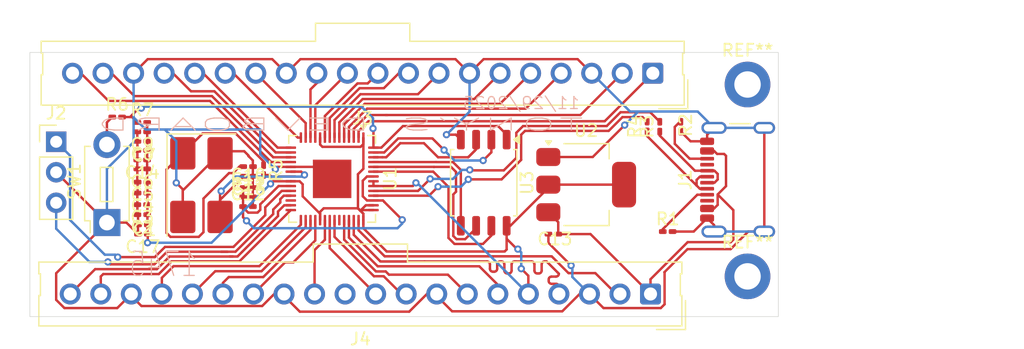
<source format=kicad_pcb>
(kicad_pcb (version 20241229) (generator "pcbnew") (generator_version "9.0")
  (layers (0 "F.Cu" signal) (2 "B.Cu" signal) (13 "F.Paste" user) (15 "B.Paste" user) (5 "F.SilkS" user "F.Silkscreen") (7 "B.SilkS" user "B.Silkscreen") (1 "F.Mask" user) (3 "B.Mask" user) (25 "Edge.Cuts" user))
  (net 0 "")
  (net 1 "+3V3")
  (net 2 "GND")
  (net 3 "+1V1")
  (net 4 "VBUS")
  (net 5 "Net-(C15-Pad2)")
  (net 6 "XIN")
  (net 7 "USB_D+")
  (net 8 "Net-(J1-CC1)")
  (net 9 "USB_D-")
  (net 10 "Net-(J1-CC2)")
  (net 11 "SWD")
  (net 12 "SWCLK")
  (net 13 "GPIO0")
  (net 14 "GPIO7")
  (net 15 "GPIO11")
  (net 16 "GPIO3")
  (net 17 "GPIO10")
  (net 18 "GPIO8")
  (net 19 "GPIO6")
  (net 20 "GPIO2")
  (net 21 "GPIO14")
  (net 22 "GPIO9")
  (net 23 "GPIO12")
  (net 24 "GPIO4")
  (net 25 "GPIO15")
  (net 26 "GPIO5")
  (net 27 "GPIO13")
  (net 28 "GPIO1")
  (net 29 "GPIO26_ADC0")
  (net 30 "GPIO21")
  (net 31 "GPIO24")
  (net 32 "GPIO26_ADC1")
  (net 33 "GPIO23")
  (net 34 "GPIO22")
  (net 35 "GPIO26_ADC2")
  (net 36 "GPIO19")
  (net 37 "GPIO18")
  (net 38 "GPIO17")
  (net 39 "GPIO20")
  (net 40 "GPIO26_ADC3")
  (net 41 "GPIO16")
  (net 42 "RUN")
  (net 43 "Net-(U1-USB_DP)")
  (net 44 "Net-(U1-USB_DM)")
  (net 45 "XOUT")
  (net 46 "QSPI_SS")
  (net 47 "Net-(R6-Pad1)")
  (net 48 "QSPI_SLK")
  (net 49 "QSPI_SD1")
  (net 51 "QSPI_SD3")
  (net 53 "QSPI_SD2")
  (net 54 "QSPI_SD0")
  (footprint "Capacitor_SMD:C_0201_0603Metric_Pad0.64x0.40mm_HandSolder" (layer "F.Cu") (at 107.9925 44.53)
    (property "Reference" "C10")
    (property "Value" "1uf")
  )
  (footprint "Capacitor_SMD:C_0201_0603Metric_Pad0.64x0.40mm_HandSolder" (layer "F.Cu") (at 99.155 39.88 180)
    (property "Reference" "C9")
    (property "Value" "1uf")
  )
  (footprint "Connector_Molex:Molex_SL_171971-0020_1x20_P2.54mm_Vertical" (layer "F.Cu") (at 141.43 53.39 180)
    (property "Reference" "J4")
    (property "Value" "Conn_01x20")
  )
  (footprint "Capacitor_SMD:C_0201_0603Metric_Pad0.64x0.40mm_HandSolder" (layer "F.Cu") (at 99.15 42.22 180)
    (property "Reference" "C14")
    (property "Value" "10uf")
  )
  (footprint "Capacitor_SMD:C_0201_0603Metric_Pad0.64x0.40mm_HandSolder" (layer "F.Cu") (at 107.9625 42.78 180)
    (property "Reference" "C15")
    (property "Value" "33pF")
  )
  (footprint "Package_TO_SOT_SMD:SOT-223-3_TabPin2" (layer "F.Cu") (at 136.08 44.28)
    (property "Reference" "U2")
    (property "Value" "NCP1117-3.3_SOT223")
  )
  (footprint "Capacitor_SMD:C_0201_0603Metric_Pad0.64x0.40mm_HandSolder" (layer "F.Cu") (at 107.95 46.11)
    (property "Reference" "C12")
    (property "Value" "0.1uf")
  )
  (footprint "Connector_Molex:Molex_SL_171971-0020_1x20_P2.54mm_Vertical" (layer "F.Cu") (at 141.62 35 180)
    (property "Reference" "J3")
    (property "Value" "Conn_01x20")
  )
  (footprint "Resistor_SMD:R_0201_0603Metric_Pad0.64x0.40mm_HandSolder" (layer "F.Cu") (at 142.2 39.4525 90)
    (property "Reference" "R3")
    (property "Value" "27")
  )
  (footprint "Capacitor_SMD:C_0201_0603Metric_Pad0.64x0.40mm_HandSolder" (layer "F.Cu") (at 133.3475 48.4 180)
    (property "Reference" "C13")
    (property "Value" "10uf")
  )
  (footprint "Capacitor_SMD:C_0201_0603Metric_Pad0.64x0.40mm_HandSolder" (layer "F.Cu") (at 99.155 45.95 180)
    (property "Reference" "C3")
    (property "Value" "0.1uf")
  )
  (footprint "Connector_USB:USB_C_Receptacle_GCT_USB4105-xx-A_16P_TopMnt_Horizontal" (layer "F.Cu") (at 149.82 43.87 90)
    (property "Reference" "J1")
    (property "Value" "USB_C_Receptacle_USB2.0_14P")
  )
  (footprint "Resistor_SMD:R_0201_0603Metric_Pad0.64x0.40mm_HandSolder" (layer "F.Cu") (at 99.1625 39.1)
    (property "Reference" "R7")
    (property "Value" "10k")
  )
  (footprint "Connector_PinHeader_2.54mm:PinHeader_1x03_P2.54mm_Vertical" (layer "F.Cu") (at 92 40.71)
    (property "Reference" "J2")
    (property "Value" "Conn_01x03")
  )
  (footprint "Resistor_SMD:R_0201_0603Metric_Pad0.64x0.40mm_HandSolder" (layer "F.Cu") (at 97.0725 38.65)
    (property "Reference" "R6")
    (property "Value" "1k")
  )
  (footprint "MountingHole:MountingHole_2.2mm_M2_DIN965_Pad_TopBottom" (layer "F.Cu") (at 149.5 51.92)
    (property "Reference" "REF**")
    (property "Value" "MountingHole_2.2mm_M2_DIN965_Pad_TopBottom")
  )
  (footprint "Capacitor_SMD:C_0201_0603Metric_Pad0.64x0.40mm_HandSolder" (layer "F.Cu") (at 99.175 44.98 180)
    (property "Reference" "C4")
    (property "Value" "0.1uf")
  )
  (footprint "Button_Switch_THT:SW_PUSH_1P1T_6x3.5mm_H5.0_APEM_MJTP1250" (layer "F.Cu") (at 96.22 47.44 90)
    (property "Reference" "SW1")
    (property "Value" "SW_Push")
  )
  (footprint "Capacitor_SMD:C_0201_0603Metric_Pad0.64x0.40mm_HandSolder" (layer "F.Cu") (at 99.165 40.67 180)
    (property "Reference" "C8")
    (property "Value" "0.1uf")
  )
  (footprint "Capacitor_SMD:C_0201_0603Metric_Pad0.64x0.40mm_HandSolder" (layer "F.Cu") (at 99.18 44.07 180)
    (property "Reference" "C5")
    (property "Value" "0.1uf")
  )
  (footprint "Package_DFN_QFN:QFN-56-1EP_7x7mm_P0.4mm_EP3.2x3.2mm" (layer "F.Cu") (at 114.95 43.8 -90)
    (property "Reference" "U1")
    (property "Value" "RP2040")
  )
  (footprint "Resistor_SMD:R_0201_0603Metric_Pad0.64x0.40mm_HandSolder" (layer "F.Cu") (at 143.95 39.4525 -90)
    (property "Reference" "R2")
    (property "Value" "5.1k")
  )
  (footprint "Crystal:Crystal_SMD_0603-4Pin_6.0x3.5mm_HandSoldering" (layer "F.Cu") (at 104.08 44.32 -90)
    (property "Reference" "Y1")
    (property "Value" "Crystal_GND24")
  )
  (footprint "MountingHole:MountingHole_2.2mm_M2_DIN965_Pad_TopBottom" (layer "F.Cu") (at 149.5 35.94)
    (property "Reference" "REF**")
    (property "Value" "MountingHole_2.2mm_M2_DIN965_Pad_TopBottom")
  )
  (footprint "Capacitor_SMD:C_0201_0603Metric_Pad0.64x0.40mm_HandSolder" (layer "F.Cu") (at 99.215 47.63 180)
    (property "Reference" "C1")
    (property "Value" "0.1uf")
  )
  (footprint "Capacitor_SMD:C_0201_0603Metric_Pad0.64x0.40mm_HandSolder" (layer "F.Cu") (at 99.155 42.97 180)
    (property "Reference" "C6")
    (property "Value" "0.1uf")
  )
  (footprint "Capacitor_SMD:C_0201_0603Metric_Pad0.64x0.40mm_HandSolder" (layer "F.Cu") (at 99.21 48.4 180)
    (property "Reference" "C17")
    (property "Value" "0.1uf")
  )
  (footprint "Resistor_SMD:R_0201_0603Metric_Pad0.64x0.40mm_HandSolder" (layer "F.Cu") (at 142.8575 48.19)
    (property "Reference" "R1")
    (property "Value" "5.1k")
  )
  (footprint "Capacitor_SMD:C_0201_0603Metric_Pad0.64x0.40mm_HandSolder" (layer "F.Cu") (at 108.0075 43.58 180)
    (property "Reference" "C16")
    (property "Value" "33pF")
  )
  (footprint "Capacitor_SMD:C_0201_0603Metric_Pad0.64x0.40mm_HandSolder" (layer "F.Cu") (at 99.1625 46.78 180)
    (property "Reference" "C2")
    (property "Value" "0.1uf")
  )
  (footprint "Capacitor_SMD:C_0201_0603Metric_Pad0.64x0.40mm_HandSolder" (layer "F.Cu") (at 107.9675 45.3)
    (property "Reference" "C11")
    (property "Value" "0.1uf")
  )
  (footprint "Capacitor_SMD:C_0201_0603Metric_Pad0.64x0.40mm_HandSolder" (layer "F.Cu") (at 99.16 41.43 180)
    (property "Reference" "C7")
    (property "Value" "0.1uf")
  )
  (footprint "Resistor_SMD:R_0201_0603Metric_Pad0.64x0.40mm_HandSolder" (layer "F.Cu") (at 109.25 43.07 -90)
    (property "Reference" "R5")
    (property "Value" "1k")
  )
  (footprint "Package_SO:SOIC-8_5.3x5.3mm_P1.27mm" (layer "F.Cu") (at 127.56 44.12 -90)
    (property "Reference" "U3")
    (property "Value" "W25Q128JVS")
  )
  (footprint "Resistor_SMD:R_0201_0603Metric_Pad0.64x0.40mm_HandSolder" (layer "F.Cu") (at 141.15 39.44 90)
    (property "Reference" "R4")
    (property "Value" "27")
  )
  (gr_rect (start 89.81 33.27) (end 152.06 55.27) (stroke (width 0.05)) (fill no) (layer "Edge.Cuts"))
  (gr_text "TONY'S DEVBOARD\n" (at 136.05 39.86 0) (layer "B.SilkS") (effects (font (size 1 3) (thickness 0.1)) (justify left bottom mirror)))
  (gr_text "11/29/2025" (at 135.6 38.07 0) (layer "B.SilkS") (effects (font (size 1 1) (thickness 0.1)) (justify left bottom mirror)))
  (gr_text "1745" (at 103.84 52.09 0) (layer "B.SilkS") (effects (font (size 2 1.5) (thickness 0.1)) (justify left bottom mirror)))
  (segment (start 117.75 46) (end 117.298887 46.451113) (width 0.2) (layer "F.Cu") (net 1))
  (segment (start 99.6175 48.4) (end 99.6175 49.1025) (width 0.2) (layer "F.Cu") (net 1))
  (segment (start 99.5875 44.07) (end 99.5875 48.37) (width 0.2) (layer "F.Cu") (net 1))
  (segment (start 99.5625 42.97) (end 99.5625 44.045) (width 0.2) (layer "F.Cu") (net 1))
  (segment (start 129.465 49.684) (end 129.3 49.849) (width 0.2) (layer "F.Cu") (net 1))
  (segment (start 114.25 46.25) (end 117.097774 46.25) (width 0.2) (layer "F.Cu") (net 1))
  (segment (start 117.099 43.411) (end 117.099 46.251226) (width 0.2) (layer "F.Cu") (net 1))
  (segment (start 99.5875 48.37) (end 99.6175 48.4) (width 0.2) (layer "F.Cu") (net 1))
  (segment (start 110.041471 44) (end 109.827211 44.21426) (width 0.2) (layer "F.Cu") (net 1))
  (segment (start 129.465 47.7075) (end 129.465 48.79) (width 0.2) (layer "F.Cu") (net 1))
  (segment (start 113.95 40.3625) (end 113.95 40.94) (width 0.2) (layer "F.Cu") (net 1))
  (segment (start 117.35 46.4) (end 117.298887 46.451113) (width 0.2) (layer "F.Cu") (net 1))
  (segment (start 132.93 44.28) (end 139.23 44.28) (width 0.2) (layer "F.Cu") (net 1))
  (segment (start 113.95 46.75) (end 113.95 46.55) (width 0.2) (layer "F.Cu") (net 1))
  (segment (start 117.55 40.897774) (end 117.55 40.3625) (width 0.2) (layer "F.Cu") (net 1))
  (segment (start 132.93 44.55) (end 132.93 44.28) (width 0.2) (layer "F.Cu") (net 1))
  (segment (start 117.317774 41.13) (end 117.55 40.897774) (width 0.2) (layer "F.Cu") (net 1))
  (segment (start 99.5725 40.67) (end 99.5725 41.425) (width 0.2) (layer "F.Cu") (net 1))
  (segment (start 99.57 39.1) (end 99.57 40.6675) (width 0.2) (layer "F.Cu") (net 1))
  (segment (start 129.465 48.79) (end 129.465 49.684) (width 0.2) (layer "F.Cu") (net 1))
  (segment (start 131.27 53.39) (end 131.27 51.87) (width 0.2) (layer "F.Cu") (net 1))
  (segment (start 112.25 44) (end 112.5 44.25) (width 0.2) (layer "F.Cu") (net 1))
  (segment (start 117.55 46.702226) (end 117.298887 46.451113) (width 0.2) (layer "F.Cu") (net 1))
  (segment (start 99.5625 42.225) (end 99.5575 42.22) (width 0.2) (layer "F.Cu") (net 1))
  (segment (start 113.95 40.94) (end 114.14 41.13) (width 0.2) (layer "F.Cu") (net 1))
  (segment (start 117.55 40.3625) (end 117.55 42.96) (width 0.2) (layer "F.Cu") (net 1))
  (segment (start 99.5675 41.43) (end 99.5675 42.21) (width 0.2) (layer "F.Cu") (net 1))
  (segment (start 112.5 45.25) (end 113.95 46.7) (width 0.2) (layer "F.Cu") (net 1))
  (segment (start 99.57 40.6675) (end 99.5725 40.67) (width 0.2) (layer "F.Cu") (net 1))
  (segment (start 117.099 46.251226) (end 117.298887 46.451113) (width 0.2) (layer "F.Cu") (net 1))
  (segment (start 129.3 49.849) (end 119.4861 49.849) (width 0.2) (layer "F.Cu") (net 1))
  (segment (start 99.5625 44.045) (end 99.5875 44.07) (width 0.2) (layer "F.Cu") (net 1))
  (segment (start 99.5625 42.97) (end 99.5625 42.225) (width 0.2) (layer "F.Cu") (net 1))
  (segment (start 118.3875 46) (end 117.75 46) (width 0.2) (layer "F.Cu") (net 1))
  (segment (start 117.097774 46.25) (end 117.551 46.703226) (width 0.2) (layer "F.Cu") (net 1))
  (segment (start 111.5125 44) (end 112.25 44) (width 0.2) (layer "F.Cu") (net 1))
  (segment (start 118.3875 46.4) (end 117.35 46.4) (width 0.2) (layer "F.Cu") (net 1))
  (segment (start 99.6175 49.1025) (end 99.6 49.12) (width 0.2) (layer "F.Cu") (net 1))
  (segment (start 131.27 51.87) (end 130.68 51.28) (width 0.2) (layer "F.Cu") (net 1))
  (segment (start 118.3875 44.4) (end 118.3875 44) (width 0.2) (layer "F.Cu") (net 1))
  (segment (start 118.3875 44.4) (end 121.652206 44.4) (width 0.2) (layer "F.Cu") (net 1))
  (segment (start 113.95 47.2375) (end 113.95 46.75) (width 0.2) (layer "F.Cu") (net 1))
  (segment (start 113.95 46.7) (end 113.95 46.75) (width 0.2) (layer "F.Cu") (net 1))
  (segment (start 117.55 47.9129) (end 117.55 47.2375) (width 0.2) (layer "F.Cu") (net 1))
  (segment (start 111.5125 44) (end 110.041471 44) (width 0.2) (layer "F.Cu") (net 1))
  (segment (start 129.465 47.7075) (end 129.7725 47.7075) (width 0.2) (layer "F.Cu") (net 1))
  (segment (start 130.4 49.65) (end 130.325 49.65) (width 0.2) (layer "F.Cu") (net 1))
  (segment (start 117.55 47.2375) (end 117.55 46.702226) (width 0.2) (layer "F.Cu") (net 1))
  (segment (start 114.14 41.13) (end 117.317774 41.13) (width 0.2) (layer "F.Cu") (net 1))
  (segment (start 99.5675 42.21) (end 99.5575 42.22) (width 0.2) (layer "F.Cu") (net 1))
  (segment (start 113.95 46.55) (end 114.25 46.25) (width 0.2) (layer "F.Cu") (net 1))
  (segment (start 121.652206 44.4) (end 121.921103 44.131103) (width 0.2) (layer "F.Cu") (net 1))
  (segment (start 117.298887 46.451113) (end 117.097774 46.25) (width 0.2) (layer "F.Cu") (net 1))
  (segment (start 119.4861 49.849) (end 117.55 47.9129) (width 0.2) (layer "F.Cu") (net 1))
  (segment (start 112.5 44.25) (end 112.5 45.25) (width 0.2) (layer "F.Cu") (net 1))
  (segment (start 99.5725 41.425) (end 99.5675 41.43) (width 0.2) (layer "F.Cu") (net 1))
  (segment (start 129.7725 47.7075) (end 132.93 44.55) (width 0.2) (layer "F.Cu") (net 1))
  (segment (start 130.325 49.65) (end 129.465 48.79) (width 0.2) (layer "F.Cu") (net 1))
  (segment (start 117.55 42.96) (end 117.099 43.411) (width 0.2) (layer "F.Cu") (net 1))
  (via (at 121.921103 44.131103) (size 0.6) (drill 0.3) (layers "F.Cu" "B.Cu") (net 1))
  (via (at 109.827211 44.21426) (size 0.6) (drill 0.3) (layers "F.Cu" "B.Cu") (net 1))
  (via (at 99.6 49.12) (size 0.6) (drill 0.3) (layers "F.Cu" "B.Cu") (net 1))
  (via (at 130.68 51.28) (size 0.6) (drill 0.3) (layers "F.Cu" "B.Cu") (net 1))
  (via (at 130.4 49.65) (size 0.6) (drill 0.3) (layers "F.Cu" "B.Cu") (net 1))
  (segment (start 130.68 49.93) (end 130.4 49.65) (width 0.2) (layer "B.Cu") (net 1))
  (segment (start 99.6 49.12) (end 104.92147 49.12) (width 0.2) (layer "B.Cu") (net 1))
  (segment (start 122.08 44.2) (end 131.27 53.39) (width 0.2) (layer "B.Cu") (net 1))
  (segment (start 104.92147 49.12) (end 109.827211 44.21426) (width 0.2) (layer "B.Cu") (net 1))
  (segment (start 121.921103 44.131103) (end 121.99 44.2) (width 0.2) (layer "B.Cu") (net 1))
  (segment (start 121.99 44.2) (end 122.08 44.2) (width 0.2) (layer "B.Cu") (net 1))
  (segment (start 130.68 51.28) (end 130.68 49.93) (width 0.2) (layer "B.Cu") (net 1))
  (segment (start 107.639 41.499) (end 105.801 41.499) (width 0.2) (layer "F.Cu") (net 2))
  (segment (start 145.02 48.19) (end 146.14 47.07) (width 0.2) (layer "F.Cu") (net 2))
  (segment (start 98.7475 39.88) (end 98.7475 40.66) (width 0.2) (layer "F.Cu") (net 2))
  (segment (start 98.7725 44.975) (end 98.7675 44.98) (width 0.2) (layer "F.Cu") (net 2))
  (segment (start 112.2625 54.86) (end 121.3625 54.86) (width 0.2) (layer "F.Cu") (net 2))
  (segment (start 96.22 47.44) (end 97.8425 47.44) (width 0.2) (layer "F.Cu") (net 2))
  (segment (start 98.7525 42.21) (end 98.7425 42.22) (width 0.2) (layer "F.Cu") (net 2))
  (segment (start 144.50355 49.65355) (end 148.09355 49.65355) (width 0.2) (layer "F.Cu") (net 2))
  (segment (start 150.895 48.19) (end 150.895 39.55) (width 0.2) (layer "F.Cu") (net 2))
  (segment (start 98.8025 48.4) (end 98.8025 47.635) (width 0.2) (layer "F.Cu") (net 2))
  (segment (start 125.209 33.829) (end 126.38 35) (width 0.2) (layer "F.Cu") (net 2))
  (segment (start 98.7575 41.425) (end 98.7525 41.43) (width 0.2) (layer "F.Cu") (net 2))
  (segment (start 102.53 44.67) (end 101.99 44.13) (width 0.2) (layer "F.Cu") (net 2))
  (segment (start 97.079 54.561) (end 98.25 53.39) (width 0.2) (layer "F.Cu") (net 2))
  (segment (start 111.5125 42.8) (end 113.95 42.8) (width 0.2) (layer "F.Cu") (net 2))
  (segment (start 121.3625 54.86) (end 123.1625 53.06) (width 0.2) (layer "F.Cu") (net 2))
  (segment (start 137.521 54.561) (end 142.28516 54.561) (width 0.2) (layer "F.Cu") (net 2))
  (segment (start 110.43 42.8) (end 111.5125 42.8) (width 0.2) (layer "F.Cu") (net 2))
  (segment (start 146.14 40.125) (end 146.715 39.55) (width 0.2) (layer "F.Cu") (net 2))
  (segment (start 102.53 46.97) (end 102.53 44.67) (width 0.2) (layer "F.Cu") (net 2))
  (segment (start 146.14 40.67) (end 144.76 40.67) (width 0.2) (layer "F.Cu") (net 2))
  (segment (start 112.311 33.829) (end 125.209 33.829) (width 0.2) (layer "F.Cu") (net 2))
  (segment (start 146.715 48.19) (end 146.715 47.645) (width 0.2) (layer "F.Cu") (net 2))
  (segment (start 97.7625 53.06) (end 99.0925 54.39) (width 0.2) (layer "F.Cu") (net 2))
  (segment (start 96.22 47.44) (end 96.19 47.44) (width 0.2) (layer "F.Cu") (net 2))
  (segment (start 132.94 48.4) (end 132.94 49.13147) (width 0.2) (layer "F.Cu") (net 2))
  (segment (start 144.76 40.67) (end 143.95 39.86) (width 0.2) (layer "F.Cu") (net 2))
  (segment (start 108.3575 46.11) (end 108.3575 42.2675) (width 0.2) (layer "F.Cu") (net 2))
  (segment (start 98.7475 45) (end 98.7675 44.98) (width 0.2) (layer "F.Cu") (net 2))
  (segment (start 135.369 33.829) (end 136.54 35) (width 0.2) (layer "F.Cu") (net 2))
  (segment (start 110.23 43) (end 110.43 42.8) (width 0.2) (layer "F.Cu") (net 2))
  (segment (start 98.8075 47.63) (end 98.8075 46.8325) (width 0.2) (layer "F.Cu") (net 2))
  (segment (start 146.14 40.67) (end 146.14 40.125) (width 0.2) (layer "F.Cu") (net 2))
  (segment (start 99.0925 54.39) (end 109.1325 54.39) (width 0.2) (layer "F.Cu") (net 2))
  (segment (start 136.62273 41.98) (end 139.282815 39.319915) (width 0.2) (layer "F.Cu") (net 2))
  (segment (start 136.35 53.39) (end 137.521 54.561) (width 0.2) (layer "F.Cu") (net 2))
  (segment (start 97.8425 47.44) (end 98.8025 48.4) (width 0.2) (layer "F.Cu") (net 2))
  (segment (start 111.14 35) (end 109.969 33.829) (width 0.2) (layer "F.Cu") (net 2))
  (segment (start 98.8025 47.635) (end 98.8075 47.63) (width 0.2) (layer "F.Cu") (net 2))
  (segment (start 98.7475 42.97) (end 98.7475 44.045) (width 0.2) (layer "F.Cu") (net 2))
  (segment (start 132.94 49.13147) (end 134.824265 51.015735) (width 0.2) (layer "F.Cu") (net 2))
  (segment (start 107.98 41.88) (end 107.98 41.84) (width 0.2) (layer "F.Cu") (net 2))
  (segment (start 142.601 54.24516) (end 142.601 51.581) (width 0.2) (layer "F.Cu") (net 2))
  (segment (start 98.755 45.9575) (end 98.7475 45.95) (width 0.2) (layer "F.Cu") (net 2))
  (segment (start 148.09355 49.65355) (end 149.5571 48.19) (width 0.2) (layer "F.Cu") (net 2))
  (segment (start 98.755 46.78) (end 98.755 45.9575) (width 0.2) (layer "F.Cu") (net 2))
  (segment (start 126.38 35) (end 127.551 33.829) (width 0.2) (layer "F.Cu") (net 2))
  (segment (start 107.98 41.84) (end 107.639 41.499) (width 0.2) (layer "F.Cu") (net 2))
  (segment (start 91.999 51.661) (end 91.999 53.875045) (width 0.2) (layer "F.Cu") (net 2))
  (segment (start 146.715 47.645) (end 146.14 47.07) (width 0.2) (layer "F.Cu") (net 2))
  (segment (start 110.4625 53.06) (end 112.2625 54.86) (width 0.2) (layer "F.Cu") (net 2))
  (segment (start 98.7425 42.22) (end 98.7425 42.965) (width 0.2) (layer "F.Cu") (net 2))
  (segment (start 91.999 53.875045) (end 92.684955 54.561) (width 0.2) (layer "F.Cu") (net 2))
  (segment (start 96.22 47.44) (end 91.999 51.661) (width 0.2) (layer "F.Cu") (net 2))
  (segment (start 124.46 40.12) (end 125.2425 40.12) (width 0.2) (layer "F.Cu") (net 2))
  (segment (start 92.684955 54.561) (end 97.079 54.561) (width 0.2) (layer "F.Cu") (net 2))
  (segment (start 98.7575 40.67) (end 98.7575 41.425) (width 0.2) (layer "F.Cu") (net 2))
  (segment (start 149.5571 48.19) (end 150.895 48.19) (width 0.2) (layer "F.Cu") (net 2))
  (segment (start 98.7475 40.66) (end 98.7575 40.67) (width 0.2) (layer "F.Cu") (net 2))
  (segment (start 98.7425 42.965) (end 98.7475 42.97) (width 0.2) (layer "F.Cu") (net 2))
  (segment (start 108.03 41.93) (end 107.98 41.88) (width 0.2) (layer "F.Cu") (net 2))
  (segment (start 102.53 44.77) (end 105.63 41.67) (width 0.2) (layer "F.Cu") (net 2))
  (segment (start 98.7525 41.43) (end 98.7525 42.21) (width 0.2) (layer "F.Cu") (net 2))
  (segment (start 99.611 33.829) (end 98.44 35) (width 0.2) (layer "F.Cu") (net 2))
  (segment (start 127.551 33.829) (end 135.369 33.829) (width 0.2) (layer "F.Cu") (net 2))
  (segment (start 98.7725 44.07) (end 98.7725 44.975) (width 0.2) (layer "F.Cu") (net 2))
  (segment (start 108.03 41.94) (end 108.03 41.93) (width 0.2) (layer "F.Cu") (net 2))
  (segment (start 142.58855 51.56855) (end 144.50355 49.65355) (width 0.2) (layer "F.Cu") (net 2))
  (segment (start 102.53 46.97) (end 102.53 44.77) (width 0.2) (layer "F.Cu") (net 2))
  (segment (start 98.7475 45.95) (end 98.7475 45) (width 0.2) (layer "F.Cu") (net 2))
  (segment (start 134.0925 54.83) (end 135.8625 53.06) (width 0.2) (layer "F.Cu") (net 2))
  (segment (start 123.1625 53.06) (end 124.9325 54.83) (width 0.2) (layer "F.Cu") (net 2))
  (segment (start 98.7475 44.045) (end 98.7725 44.07) (width 0.2) (layer "F.Cu") (net 2))
  (segment (start 108.3575 42.2675) (end 108.03 41.94) (width 0.2) (layer "F.Cu") (net 2))
  (segment (start 143.265 48.19) (end 145.02 48.19) (width 0.2) (layer "F.Cu") (net 2))
  (segment (start 105.801 41.499) (end 105.63 41.67) (width 0.2) (layer "F.Cu") (net 2))
  (segment (start 132.93 41.98) (end 136.62273 41.98) (width 0.2) (layer "F.Cu") (net 2))
  (segment (start 125.2425 40.12) (end 125.655 40.5325) (width 0.2) (layer "F.Cu") (net 2))
  (segment (start 96.19 47.44) (end 92 43.25) (width 0.2) (layer "F.Cu") (net 2))
  (segment (start 113.95 42.8) (end 114.95 43.8) (width 0.2) (layer "F.Cu") (net 2))
  (segment (start 109.969 33.829) (end 99.611 33.829) (width 0.2) (layer "F.Cu") (net 2))
  (segment (start 111.14 35) (end 112.311 33.829) (width 0.2) (layer "F.Cu") (net 2))
  (segment (start 142.28516 54.561) (end 142.601 54.24516) (width 0.2) (layer "F.Cu") (net 2))
  (segment (start 98.8075 46.8325) (end 98.755 46.78) (width 0.2) (layer "F.Cu") (net 2))
  (segment (start 109.1325 54.39) (end 110.4625 53.06) (width 0.2) (layer "F.Cu") (net 2))
  (segment (start 124.9325 54.83) (end 134.0925 54.83) (width 0.2) (layer "F.Cu") (net 2))
  (segment (start 142.601 51.581) (end 142.58855 51.56855) (width 0.2) (layer "F.Cu") (net 2))
  (via (at 110.23 43) (size 0.6) (drill 0.3) (layers "F.Cu" "B.Cu") (net 2))
  (via (at 124.46 40.12) (size 0.6) (drill 0.3) (layers "F.Cu" "B.Cu") (net 2))
  (via (at 101.99 44.13) (size 0.6) (drill 0.3) (layers "F.Cu" "B.Cu") (net 2))
  (via (at 139.282815 39.319915) (size 0.6) (drill 0.3) (layers "F.Cu" "B.Cu") (net 2))
  (via (at 134.824265 51.015735) (size 0.6) (drill 0.3) (layers "F.Cu" "B.Cu") (net 2))
  (segment (start 146.715 48.19) (end 150.895 48.19) (width 0.2) (layer "B.Cu") (net 2))
  (segment (start 140.41273 38.19) (end 145.355 38.19) (width 0.2) (layer "B.Cu") (net 2))
  (segment (start 146.715 39.55) (end 150.895 39.55) (width 0.2) (layer "B.Cu") (net 2))
  (segment (start 98.44 38.68) (end 98.44 40.736669) (width 0.2) (layer "B.Cu") (net 2))
  (segment (start 108.97 39.69) (end 101.03 39.69) (width 0.2) (layer "B.Cu") (net 2))
  (segment (start 101.99 40.65) (end 101.03 39.69) (width 0.2) (layer "B.Cu") (net 2))
  (segment (start 98.44 35) (end 98.44 38.68) (width 0.2) (layer "B.Cu") (net 2))
  (segment (start 145.355 38.19) (end 146.715 39.55) (width 0.2) (layer "B.Cu") (net 2))
  (segment (start 139.282815 39.319915) (end 140.41273 38.19) (width 0.2) (layer "B.Cu") (net 2))
  (segment (start 136.54 35) (end 139.73 38.19) (width 0.2) (layer "B.Cu") (net 2))
  (segment (start 126.38 35) (end 126.38 38.2) (width 0.2) (layer "B.Cu") (net 2))
  (segment (start 101.03 39.69) (end 99.45 39.69) (width 0.2) (layer "B.Cu") (net 2))
  (segment (start 126.38 38.2) (end 124.46 40.12) (width 0.2) (layer "B.Cu") (net 2))
  (segment (start 139.73 38.19) (end 140.41273 38.19) (width 0.2) (layer "B.Cu") (net 2))
  (segment (start 110.23 43) (end 108.97 41.74) (width 0.2) (layer "B.Cu") (net 2))
  (segment (start 98.44 40.736669) (end 96.22 42.956669) (width 0.2) (layer "B.Cu") (net 2))
  (segment (start 101.99 44.13) (end 101.99 40.65) (width 0.2) (layer "B.Cu") (net 2))
  (segment (start 96.22 42.956669) (end 96.22 47.44) (width 0.2) (layer "B.Cu") (net 2))
  (segment (start 134.93 51.97) (end 136.35 53.39) (width 0.2) (layer "B.Cu") (net 2))
  (segment (start 134.93 51.12147) (end 134.93 51.97) (width 0.2) (layer "B.Cu") (net 2))
  (segment (start 134.824265 51.015735) (end 134.93 51.12147) (width 0.2) (layer "B.Cu") (net 2))
  (segment (start 99.45 39.69) (end 98.44 38.68) (width 0.2) (layer "B.Cu") (net 2))
  (segment (start 108.97 41.74) (end 108.97 39.69) (width 0.2) (layer "B.Cu") (net 2))
  (segment (start 108.976 46.37887) (end 108.976 45.914) (width 0.2) (layer "F.Cu") (net 3))
  (segment (start 118.3875 45.6) (end 117.85 45.6) (width 0.2) (layer "F.Cu") (net 3))
  (segment (start 118.3875 43.6) (end 117.852226 43.6) (width 0.2) (layer "F.Cu") (net 3))
  (segment (start 107.739 46.36) (end 107.739 46.37887) (width 0.2) (layer "F.Cu") (net 3))
  (segment (start 107.5425 46.18237) (end 107.72013 46.36) (width 0.2) (layer "F.Cu") (net 3))
  (segment (start 117.85 45.6) (end 117.5 45.25) (width 0.2) (layer "F.Cu") (net 3))
  (segment (start 119.18 45.6) (end 119.28 45.7) (width 0.2) (layer "F.Cu") (net 3))
  (segment (start 117.5 43.952226) (end 117.852226 43.6) (width 0.2) (layer "F.Cu") (net 3))
  (segment (start 117.5 45.25) (end 117.5 43.952226) (width 0.2) (layer "F.Cu") (net 3))
  (segment (start 107.97113 46.611) (end 108.74387 46.611) (width 0.2) (layer "F.Cu") (net 3))
  (segment (start 117.852226 43.6) (end 117.853226 43.599) (width 0.2) (layer "F.Cu") (net 3))
  (segment (start 107.5425 46.11) (end 107.5425 46.18237) (width 0.2) (layer "F.Cu") (net 3))
  (segment (start 119.28 45.71) (end 120.78 47.21) (width 0.2) (layer "F.Cu") (net 3))
  (segment (start 108.976 45.914) (end 110.49 44.4) (width 0.2) (layer "F.Cu") (net 3))
  (segment (start 108.74387 46.611) (end 108.976 46.37887) (width 0.2) (layer "F.Cu") (net 3))
  (segment (start 118.3875 45.6) (end 119.18 45.6) (width 0.2) (layer "F.Cu") (net 3))
  (segment (start 110.49 44.4) (end 111.5125 44.4) (width 0.2) (layer "F.Cu") (net 3))
  (segment (start 107.72013 46.36) (end 107.739 46.36) (width 0.2) (layer "F.Cu") (net 3))
  (segment (start 107.5425 46.11) (end 107.5425 44.5725) (width 0.2) (layer "F.Cu") (net 3))
  (segment (start 107.5425 44.5725) (end 107.585 44.53) (width 0.2) (layer "F.Cu") (net 3))
  (segment (start 107.83 47.29) (end 107.5425 47.0025) (width 0.2) (layer "F.Cu") (net 3))
  (segment (start 107.739 46.37887) (end 107.97113 46.611) (width 0.2) (layer "F.Cu") (net 3))
  (segment (start 107.5425 47.0025) (end 107.5425 46.11) (width 0.2) (layer "F.Cu") (net 3))
  (segment (start 119.28 45.7) (end 119.28 45.71) (width 0.2) (layer "F.Cu") (net 3))
  (via (at 120.78 47.21) (size 0.6) (drill 0.3) (layers "F.Cu" "B.Cu") (net 3))
  (via (at 107.83 47.29) (size 0.6) (drill 0.3) (layers "F.Cu" "B.Cu") (net 3))
  (segment (start 120.39 47.91) (end 108.45 47.91) (width 0.2) (layer "B.Cu") (net 3))
  (segment (start 120.78 47.52) (end 120.39 47.91) (width 0.2) (layer "B.Cu") (net 3))
  (segment (start 108.45 47.91) (end 107.83 47.29) (width 0.2) (layer "B.Cu") (net 3))
  (segment (start 120.78 47.21) (end 120.78 47.52) (width 0.2) (layer "B.Cu") (net 3))
  (segment (start 148.32 48.86) (end 148.32 46.404) (width 0.2) (layer "F.Cu") (net 4))
  (segment (start 148.32 46.404) (end 147.016 45.1) (width 0.2) (layer "F.Cu") (net 4))
  (segment (start 147.016 45.1) (end 147.016 45.968999) (width 0.2) (layer "F.Cu") (net 4))
  (segment (start 141.43 52.16) (end 144.52 49.07) (width 0.2) (layer "F.Cu") (net 4))
  (segment (start 148.11 49.07) (end 148.32 48.86) (width 0.2) (layer "F.Cu") (net 4))
  (segment (start 133.755 48.4) (end 133.755 47.405) (width 0.2) (layer "F.Cu") (net 4))
  (segment (start 146.714999 41.47) (end 146.964999 41.72) (width 0.2) (layer "F.Cu") (net 4))
  (segment (start 133.755 48.4) (end 136.44 48.4) (width 0.2) (layer "F.Cu") (net 4))
  (segment (start 146.964999 41.72) (end 147.55 41.72) (width 0.2) (layer "F.Cu") (net 4))
  (segment (start 136.44 48.4) (end 141.43 53.39) (width 0.2) (layer "F.Cu") (net 4))
  (segment (start 147.55 41.72) (end 147.71 41.88) (width 0.2) (layer "F.Cu") (net 4))
  (segment (start 147.016 45.968999) (end 146.714999 46.27) (width 0.2) (layer "F.Cu") (net 4))
  (segment (start 147.71 44.406) (end 147.016 45.1) (width 0.2) (layer "F.Cu") (net 4))
  (segment (start 146.14 41.47) (end 146.714999 41.47) (width 0.2) (layer "F.Cu") (net 4))
  (segment (start 147.71 41.88) (end 147.71 44.406) (width 0.2) (layer "F.Cu") (net 4))
  (segment (start 146.714999 46.27) (end 146.14 46.27) (width 0.2) (layer "F.Cu") (net 4))
  (segment (start 144.52 49.07) (end 148.11 49.07) (width 0.2) (layer "F.Cu") (net 4))
  (segment (start 133.755 47.405) (end 132.93 46.58) (width 0.2) (layer "F.Cu") (net 4))
  (segment (start 141.43 53.39) (end 141.43 52.16) (width 0.2) (layer "F.Cu") (net 4))
  (segment (start 107.555 42.78) (end 107.237501 42.78) (width 0.2) (layer "F.Cu") (net 5))
  (segment (start 101.179 48.30516) (end 101.179 43.021) (width 0.2) (layer "F.Cu") (net 5))
  (segment (start 109.25 42.345001) (end 106.923999 40.019) (width 0.2) (layer "F.Cu") (net 5))
  (segment (start 106.37 43.321) (end 104.25 45.441) (width 0.2) (layer "F.Cu") (net 5))
  (segment (start 106.696501 43.321) (end 106.37 43.321) (width 0.2) (layer "F.Cu") (net 5))
  (segment (start 109.25 42.6625) (end 109.25 42.345001) (width 0.2) (layer "F.Cu") (net 5))
  (segment (start 104.181 40.019) (end 102.53 41.67) (width 0.2) (layer "F.Cu") (net 5))
  (segment (start 107.237501 42.78) (end 106.696501 43.321) (width 0.2) (layer "F.Cu") (net 5))
  (segment (start 104.25 48.24) (end 103.86 48.63) (width 0.2) (layer "F.Cu") (net 5))
  (segment (start 101.179 43.021) (end 102.53 41.67) (width 0.2) (layer "F.Cu") (net 5))
  (segment (start 104.25 45.441) (end 104.25 48.24) (width 0.2) (layer "F.Cu") (net 5))
  (segment (start 106.923999 40.019) (end 104.181 40.019) (width 0.2) (layer "F.Cu") (net 5))
  (segment (start 103.86 48.63) (end 101.50384 48.63) (width 0.2) (layer "F.Cu") (net 5))
  (segment (start 101.50384 48.63) (end 101.179 48.30516) (width 0.2) (layer "F.Cu") (net 5))
  (segment (start 105.63 45.55) (end 105.63 46.97) (width 0.2) (layer "F.Cu") (net 6))
  (segment (start 112.38 43.2) (end 112.65 43.47) (width 0.2) (layer "F.Cu") (net 6))
  (segment (start 105.63 44.90953) (end 105.63 46.97) (width 0.2) (layer "F.Cu") (net 6))
  (segment (start 105.719765 44.819765) (end 105.63 44.90953) (width 0.2) (layer "F.Cu") (net 6))
  (segment (start 111.5125 43.2) (end 112.38 43.2) (width 0.2) (layer "F.Cu") (net 6))
  (segment (start 107.6 43.58) (end 105.63 45.55) (width 0.2) (layer "F.Cu") (net 6))
  (via (at 105.719765 44.819765) (size 0.6) (drill 0.3) (layers "F.Cu" "B.Cu") (net 6))
  (via (at 112.65 43.47) (size 0.6) (drill 0.3) (layers "F.Cu" "B.Cu") (net 6))
  (segment (start 112.50674 43.61326) (end 106.92627 43.61326) (width 0.2) (layer "B.Cu") (net 6))
  (segment (start 112.65 43.47) (end 112.50674 43.61326) (width 0.2) (layer "B.Cu") (net 6))
  (segment (start 106.92627 43.61326) (end 105.719765 44.819765) (width 0.2) (layer "B.Cu") (net 6))
  (segment (start 146.748824 43.12) (end 147.016 43.387176) (width 0.2) (layer "F.Cu") (net 7))
  (segment (start 147.016 43.852824) (end 146.748824 44.12) (width 0.2) (layer "F.Cu") (net 7))
  (segment (start 146.748824 44.12) (end 146.14 44.12) (width 0.2) (layer "F.Cu") (net 7))
  (segment (start 147.016 43.387176) (end 147.016 43.852824) (width 0.2) (layer "F.Cu") (net 7))
  (segment (start 142.2 40.1971) (end 145.1229 43.12) (width 0.2) (layer "F.Cu") (net 7))
  (segment (start 146.14 43.12) (end 146.748824 43.12) (width 0.2) (layer "F.Cu") (net 7))
  (segment (start 142.2 39.86) (end 142.2 40.1971) (width 0.2) (layer "F.Cu") (net 7))
  (segment (start 145.1229 43.12) (end 146.14 43.12) (width 0.2) (layer "F.Cu") (net 7))
  (segment (start 145.320001 45.12) (end 146.14 45.12) (width 0.2) (layer "F.Cu") (net 8))
  (segment (start 142.45 47.990001) (end 145.320001 45.12) (width 0.2) (layer "F.Cu") (net 8))
  (segment (start 142.45 48.19) (end 142.45 47.990001) (width 0.2) (layer "F.Cu") (net 8))
  (segment (start 145.264 44.354) (end 145.53 44.62) (width 0.2) (layer "F.Cu") (net 9))
  (segment (start 145.531176 43.62) (end 145.264 43.887176) (width 0.2) (layer "F.Cu") (net 9))
  (segment (start 141.15 40.24) (end 145.264 44.354) (width 0.2) (layer "F.Cu") (net 9))
  (segment (start 145.53 44.62) (end 146.14 44.62) (width 0.2) (layer "F.Cu") (net 9))
  (segment (start 145.264 43.887176) (end 145.264 44.354) (width 0.2) (layer "F.Cu") (net 9))
  (segment (start 141.15 39.8475) (end 141.15 40.24) (width 0.2) (layer "F.Cu") (net 9))
  (segment (start 146.14 43.62) (end 145.531176 43.62) (width 0.2) (layer "F.Cu") (net 9))
  (segment (start 143.95 39.045) (end 143.87763 39.045) (width 0.2) (layer "F.Cu") (net 10))
  (segment (start 143.449 39.47363) (end 143.449 40.879) (width 0.2) (layer "F.Cu") (net 10))
  (segment (start 143.449 40.879) (end 144.69 42.12) (width 0.2) (layer "F.Cu") (net 10))
  (segment (start 144.69 42.12) (end 146.14 42.12) (width 0.2) (layer "F.Cu") (net 10))
  (segment (start 143.87763 39.045) (end 143.449 39.47363) (width 0.2) (layer "F.Cu") (net 10))
  (segment (start 101.2199 49.867) (end 106.263 49.867) (width 0.2) (layer "F.Cu") (net 11))
  (segment (start 110.64145 45.76145) (end 110.049 46.3539) (width 0.2) (layer "F.Cu") (net 11))
  (segment (start 111.5125 45.2) (end 110.93 45.2) (width 0.2) (layer "F.Cu") (net 11))
  (segment (start 100.17 50.9169) (end 101.2199 49.867) (width 0.2) (layer "F.Cu") (net 11))
  (segment (start 110.93 45.2) (end 110.64145 45.48855) (width 0.2) (layer "F.Cu") (net 11))
  (segment (start 110.64145 45.48855) (end 110.64145 45.76145) (width 0.2) (layer "F.Cu") (net 11))
  (segment (start 106.9113 49.867) (end 105.71 49.867) (width 0.2) (layer "F.Cu") (net 11))
  (segment (start 96.3 50.7179) (end 96.499 50.9169) (width 0.2) (layer "F.Cu") (net 11))
  (segment (start 110.049 46.3539) (end 110.049 46.7293) (width 0.2) (layer "F.Cu") (net 11))
  (segment (start 110.049 46.7293) (end 106.9113 49.867) (width 0.2) (layer "F.Cu") (net 11))
  (segment (start 96.499 50.9169) (end 100.17 50.9169) (width 0.2) (layer "F.Cu") (net 11))
  (via (at 96.3 50.7179) (size 0.6) (drill 0.3) (layers "F.Cu" "B.Cu") (net 11))
  (segment (start 92 47.948616) (end 94.769284 50.7179) (width 0.2) (layer "B.Cu") (net 11))
  (segment (start 92 45.79) (end 92 47.948616) (width 0.2) (layer "B.Cu") (net 11))
  (segment (start 94.769284 50.7179) (end 96.3 50.7179) (width 0.2) (layer "B.Cu") (net 11))
  (segment (start 106.7452 49.466) (end 101.44 49.466) (width 0.2) (layer "F.Cu") (net 12))
  (segment (start 100.2029 50.3169) (end 97.12 50.3169) (width 0.2) (layer "F.Cu") (net 12))
  (segment (start 106.7906 49.4206) (end 106.7452 49.466) (width 0.2) (layer "F.Cu") (net 12))
  (segment (start 111.5125 44.8) (end 110.76 44.8) (width 0.2) (layer "F.Cu") (net 12))
  (segment (start 101.0538 49.466) (end 100.3499 50.1699) (width 0.2) (layer "F.Cu") (net 12))
  (segment (start 100.3499 50.1699) (end 100.2029 50.3169) (width 0.2) (layer "F.Cu") (net 12))
  (segment (start 109.39 46.8212) (end 106.7906 49.4206) (width 0.2) (layer "F.Cu") (net 12))
  (segment (start 101.44 49.466) (end 101.0538 49.466) (width 0.2) (layer "F.Cu") (net 12))
  (segment (start 110.76 44.8) (end 109.39 46.17) (width 0.2) (layer "F.Cu") (net 12))
  (segment (start 109.39 46.17) (end 109.39 46.8212) (width 0.2) (layer "F.Cu") (net 12))
  (via (at 97.12 50.3169) (size 0.6) (drill 0.3) (layers "F.Cu" "B.Cu") (net 12))
  (segment (start 93.151 41.861) (end 92 40.71) (width 0.2) (layer "B.Cu") (net 12))
  (segment (start 96.0449 50.1169) (end 93.151 47.223) (width 0.2) (layer "B.Cu") (net 12))
  (segment (start 93.151 47.223) (end 93.151 41.861) (width 0.2) (layer "B.Cu") (net 12))
  (segment (start 97.12 50.3169) (end 96.92 50.1169) (width 0.2) (layer "B.Cu") (net 12))
  (segment (start 96.92 50.1169) (end 96.0449 50.1169) (width 0.2) (layer "B.Cu") (net 12))
  (segment (start 117.15 39.82) (end 117.97 39) (width 0.2) (layer "F.Cu") (net 13))
  (segment (start 137.62 39) (end 141.62 35) (width 0.2) (layer "F.Cu") (net 13))
  (segment (start 117.97 39) (end 137.62 39) (width 0.2) (layer "F.Cu") (net 13))
  (segment (start 117.15 40.3625) (end 117.15 39.82) (width 0.2) (layer "F.Cu") (net 13))
  (segment (start 117.061 35.849) (end 117.911 35.849) (width 0.2) (layer "F.Cu") (net 14))
  (segment (start 117.911 35.849) (end 118.76 35) (width 0.2) (layer "F.Cu") (net 14))
  (segment (start 114.35 40.3625) (end 114.35 38.56) (width 0.2) (layer "F.Cu") (net 14))
  (segment (start 114.35 38.56) (end 117.061 35.849) (width 0.2) (layer "F.Cu") (net 14))
  (segment (start 106.73 35) (end 106.06 35) (width 0.2) (layer "F.Cu") (net 15))
  (segment (start 112.0925 40.3625) (end 106.73 35) (width 0.2) (layer "F.Cu") (net 15))
  (segment (start 112.35 40.3625) (end 112.0925 40.3625) (width 0.2) (layer "F.Cu") (net 15))
  (segment (start 117.659 37.551) (end 128.909 37.551) (width 0.2) (layer "F.Cu") (net 16))
  (segment (start 115.95 40.3625) (end 115.95 39.26) (width 0.2) (layer "F.Cu") (net 16))
  (segment (start 115.95 39.26) (end 117.659 37.551) (width 0.2) (layer "F.Cu") (net 16))
  (segment (start 128.909 37.551) (end 131.46 35) (width 0.2) (layer "F.Cu") (net 16))
  (segment (start 112.75 39.15) (end 112.75 40.3625) (width 0.2) (layer "F.Cu") (net 17))
  (segment (start 108.6 35) (end 112.75 39.15) (width 0.2) (layer "F.Cu") (net 17))
  (segment (start 113.55 40.3625) (end 113.55 37.67) (width 0.2) (layer "F.Cu") (net 18))
  (segment (start 113.55 37.67) (end 116.22 35) (width 0.2) (layer "F.Cu") (net 18))
  (segment (start 114.75 40.3625) (end 114.75 38.73) (width 0.2) (layer "F.Cu") (net 19))
  (segment (start 120.5 35) (end 121.3 35) (width 0.2) (layer "F.Cu") (net 19))
  (segment (start 119.25 36.25) (end 120.5 35) (width 0.2) (layer "F.Cu") (net 19))
  (segment (start 117.23 36.25) (end 119.25 36.25) (width 0.2) (layer "F.Cu") (net 19))
  (segment (start 114.75 38.73) (end 117.23 36.25) (width 0.2) (layer "F.Cu") (net 19))
  (segment (start 116.35 39.46) (end 116.35 40.3625) (width 0.2) (layer "F.Cu") (net 20))
  (segment (start 134 35) (end 131.048 37.952) (width 0.2) (layer "F.Cu") (net 20))
  (segment (start 117.858 37.952) (end 116.35 39.46) (width 0.2) (layer "F.Cu") (net 20))
  (segment (start 131.048 37.952) (end 117.858 37.952) (width 0.2) (layer "F.Cu") (net 20))
  (segment (start 96.6 35) (end 95.9 35) (width 0.2) (layer "F.Cu") (net 21))
  (segment (start 104.956 36.906) (end 98.506 36.906) (width 0.2) (layer "F.Cu") (net 21))
  (segment (start 98.506 36.906) (end 96.6 35) (width 0.2) (layer "F.Cu") (net 21))
  (segment (start 110.05 42) (end 104.956 36.906) (width 0.2) (layer "F.Cu") (net 21))
  (segment (start 111.5125 42) (end 110.05 42) (width 0.2) (layer "F.Cu") (net 21))
  (segment (start 113.15 36.35) (end 113.68 35.82) (width 0.2) (layer "F.Cu") (net 22))
  (segment (start 113.15 40.3625) (end 113.15 36.35) (width 0.2) (layer "F.Cu") (net 22))
  (segment (start 113.68 35.82) (end 113.68 35) (width 0.2) (layer "F.Cu") (net 22))
  (segment (start 111.5125 41.2) (end 110.42 41.2) (width 0.2) (layer "F.Cu") (net 23))
  (segment (start 104.22 35) (end 103.52 35) (width 0.2) (layer "F.Cu") (net 23))
  (segment (start 110.42 41.2) (end 104.22 35) (width 0.2) (layer "F.Cu") (net 23))
  (segment (start 115.55 40.3625) (end 115.55 39.09) (width 0.2) (layer "F.Cu") (net 24))
  (segment (start 115.55 39.09) (end 117.49 37.15) (width 0.2) (layer "F.Cu") (net 24))
  (segment (start 117.49 37.15) (end 126.77 37.15) (width 0.2) (layer "F.Cu") (net 24))
  (segment (start 126.77 37.15) (end 128.92 35) (width 0.2) (layer "F.Cu") (net 24))
  (segment (start 104.787 37.307) (end 96.357 37.307) (width 0.2) (layer "F.Cu") (net 25))
  (segment (start 109.88 42.4) (end 104.787 37.307) (width 0.2) (layer "F.Cu") (net 25))
  (segment (start 96.357 37.307) (end 94.05 35) (width 0.2) (layer "F.Cu") (net 25))
  (segment (start 111.5125 42.4) (end 109.88 42.4) (width 0.2) (layer "F.Cu") (net 25))
  (segment (start 94.05 35) (end 93.36 35) (width 0.2) (layer "F.Cu") (net 25))
  (segment (start 115.15 38.9) (end 115.15 40.3625) (width 0.2) (layer "F.Cu") (net 26))
  (segment (start 122.09 36.75) (end 117.3 36.75) (width 0.2) (layer "F.Cu") (net 26))
  (segment (start 117.3 36.75) (end 115.15 38.9) (width 0.2) (layer "F.Cu") (net 26))
  (segment (start 123.84 35) (end 122.09 36.75) (width 0.2) (layer "F.Cu") (net 26))
  (segment (start 110.2529 41.6) (end 111.5125 41.6) (width 0.2) (layer "F.Cu") (net 27))
  (segment (start 105.1579 36.505) (end 110.2529 41.6) (width 0.2) (layer "F.Cu") (net 27))
  (segment (start 100.98 35) (end 101.71 35) (width 0.2) (layer "F.Cu") (net 27))
  (segment (start 103.215 36.505) (end 105.1579 36.505) (width 0.2) (layer "F.Cu") (net 27))
  (segment (start 101.71 35) (end 103.215 36.505) (width 0.2) (layer "F.Cu") (net 27))
  (segment (start 139.08 35) (end 135.6 38.48) (width 0.2) (layer "F.Cu") (net 28))
  (segment (start 119.53 38.48) (end 119.39 38.48) (width 0.2) (layer "F.Cu") (net 28))
  (segment (start 135.6 38.48) (end 119.53 38.48) (width 0.2) (layer "F.Cu") (net 28))
  (segment (start 117.8971 38.48) (end 119.53 38.48) (width 0.2) (layer "F.Cu") (net 28))
  (segment (start 116.75 40.3625) (end 116.75 39.6271) (width 0.2) (layer "F.Cu") (net 28))
  (segment (start 116.75 39.6271) (end 117.8971 38.48) (width 0.2) (layer "F.Cu") (net 28))
  (segment (start 126.19 53.39) (end 124.58 51.78) (width 0.2) (layer "F.Cu") (net 29))
  (segment (start 124.58 51.78) (end 119.6771 51.78) (width 0.2) (layer "F.Cu") (net 29))
  (segment (start 118.5961 51.509) (end 115.95 48.8629) (width 0.2) (layer "F.Cu") (net 29))
  (segment (start 119.4061 51.509) (end 118.5961 51.509) (width 0.2) (layer "F.Cu") (net 29))
  (segment (start 115.95 48.8629) (end 115.95 47.2375) (width 0.2) (layer "F.Cu") (net 29))
  (segment (start 119.6771 51.78) (end 119.4061 51.509) (width 0.2) (layer "F.Cu") (net 29))
  (segment (start 108.41 53.38) (end 108.41 53.39) (width 0.2) (layer "F.Cu") (net 30))
  (segment (start 113.55 48.93) (end 111.73 50.75) (width 0.2) (layer "F.Cu") (net 30))
  (segment (start 113.55 47.2375) (end 113.55 48.93) (width 0.2) (layer "F.Cu") (net 30))
  (segment (start 111.04 50.75) (end 108.41 53.38) (width 0.2) (layer "F.Cu") (net 30))
  (segment (start 111.73 50.75) (end 111.04 50.75) (width 0.2) (layer "F.Cu") (net 30))
  (segment (start 118.43 51.91) (end 119.24 51.91) (width 0.2) (layer "F.Cu") (net 31))
  (segment (start 120.72 53.39) (end 121.11 53.39) (width 0.2) (layer "F.Cu") (net 31))
  (segment (start 115.15 47.2375) (end 115.15 48.63) (width 0.2) (layer "F.Cu") (net 31))
  (segment (start 115.15 48.63) (end 118.43 51.91) (width 0.2) (layer "F.Cu") (net 31))
  (segment (start 119.24 51.91) (end 120.72 53.39) (width 0.2) (layer "F.Cu") (net 31))
  (segment (start 118.74 51.08) (end 127.19 51.08) (width 0.2) (layer "F.Cu") (net 32))
  (segment (start 128.73 52.62) (end 128.73 53.39) (width 0.2) (layer "F.Cu") (net 32))
  (segment (start 116.35 48.69) (end 118.74 51.08) (width 0.2) (layer "F.Cu") (net 32))
  (segment (start 116.35 47.2375) (end 116.35 48.69) (width 0.2) (layer "F.Cu") (net 32))
  (segment (start 127.19 51.08) (end 128.73 52.62) (width 0.2) (layer "F.Cu") (net 32))
  (segment (start 114.75 49.57) (end 118.57 53.39) (width 0.2) (layer "F.Cu") (net 33))
  (segment (start 114.75 47.2375) (end 114.75 49.57) (width 0.2) (layer "F.Cu") (net 33))
  (segment (start 113.62 49.6) (end 113.49 49.73) (width 0.2) (layer "F.Cu") (net 34))
  (segment (start 114.35 48.87) (end 113.62 49.6) (width 0.2) (layer "F.Cu") (net 34))
  (segment (start 114.35 47.2375) (end 114.35 48.87) (width 0.2) (layer "F.Cu") (net 34))
  (segment (start 113.49 49.73) (end 113.49 53.39) (width 0.2) (layer "F.Cu") (net 34))
  (segment (start 133.57 51.939) (end 133.2 51.939) (width 0.2) (layer "F.Cu") (net 35))
  (segment (start 116.75 48.46) (end 118.97 50.68) (width 0.2) (layer "F.Cu") (net 35))
  (segment (start 128.317022 51.53) (end 128.437022 51.53) (width 0.2) (layer "F.Cu") (net 35))
  (segment (start 132.791 50.68) (end 133.710238 51.599238) (width 0.2) (layer "F.Cu") (net 35))
  (segment (start 129.517022 51.68) (end 129.637022 51.68) (width 0.2) (layer "F.Cu") (net 35))
  (segment (start 118.97 50.68) (end 122.637022 50.68) (width 0.2) (layer "F.Cu") (net 35))
  (segment (start 133.2 52.539) (end 133.57 52.539) (width 0.2) (layer "F.Cu") (net 35))
  (segment (start 133.81 52.899) (end 133.81 53.39) (width 0.2) (layer "F.Cu") (net 35))
  (segment (start 129.877022 51.44) (end 129.877022 50.92) (width 0.2) (layer "F.Cu") (net 35))
  (segment (start 116.75 47.2375) (end 116.75 48.46) (width 0.2) (layer "F.Cu") (net 35))
  (segment (start 122.637022 50.68) (end 127.187022 50.68) (width 0.2) (layer "F.Cu") (net 35))
  (segment (start 129.277022 50.92) (end 129.277022 51.44) (width 0.2) (layer "F.Cu") (net 35))
  (segment (start 132.617022 50.68) (end 132.737022 50.68) (width 0.2) (layer "F.Cu") (net 35))
  (segment (start 128.917022 50.68) (end 129.037022 50.68) (width 0.2) (layer "F.Cu") (net 35))
  (segment (start 131.777022 50.92) (end 131.777022 51.44) (width 0.2) (layer "F.Cu") (net 35))
  (segment (start 130.237022 50.68) (end 130.887022 50.68) (width 0.2) (layer "F.Cu") (net 35))
  (segment (start 132.017022 51.68) (end 132.137022 51.68) (width 0.2) (layer "F.Cu") (net 35))
  (segment (start 127.187022 50.68) (end 127.837022 50.68) (width 0.2) (layer "F.Cu") (net 35))
  (segment (start 130.117022 50.68) (end 130.237022 50.68) (width 0.2) (layer "F.Cu") (net 35))
  (segment (start 128.677022 51.29) (end 128.677022 50.92) (width 0.2) (layer "F.Cu") (net 35))
  (segment (start 132.377022 51.44) (end 132.377022 50.92) (width 0.2) (layer "F.Cu") (net 35))
  (segment (start 132.96 52.179) (end 132.96 52.299) (width 0.2) (layer "F.Cu") (net 35))
  (segment (start 130.887022 50.68) (end 131.537022 50.68) (width 0.2) (layer "F.Cu") (net 35))
  (segment (start 133.81 52.779) (end 133.81 52.899) (width 0.2) (layer "F.Cu") (net 35))
  (segment (start 132.737022 50.68) (end 132.791 50.68) (width 0.2) (layer "F.Cu") (net 35))
  (segment (start 133.710238 51.599238) (end 133.81 51.699) (width 0.2) (layer "F.Cu") (net 35))
  (segment (start 128.077022 50.92) (end 128.077022 51.29) (width 0.2) (layer "F.Cu") (net 35))
  (arc (start 129.277022 51.44) (mid 129.347316 51.609706) (end 129.517022 51.68) (width 0.2) (layer "F.Cu") (net 35))
  (arc (start 132.137022 51.68) (mid 132.306728 51.609706) (end 132.377022 51.44) (width 0.2) (layer "F.Cu") (net 35))
  (arc (start 133.57 52.539) (mid 133.739706 52.609294) (end 133.81 52.779) (width 0.2) (layer "F.Cu") (net 35))
  (arc (start 133.2 51.939) (mid 133.030294 52.009294) (end 132.96 52.179) (width 0.2) (layer "F.Cu") (net 35))
  (arc (start 132.96 52.299) (mid 133.030294 52.468706) (end 133.2 52.539) (width 0.2) (layer "F.Cu") (net 35))
  (arc (start 132.377022 50.92) (mid 132.447316 50.750294) (end 132.617022 50.68) (width 0.2) (layer "F.Cu") (net 35))
  (arc (start 133.81 51.699) (mid 133.739706 51.868706) (end 133.57 51.939) (width 0.2) (layer "F.Cu") (net 35))
  (arc (start 129.877022 50.92) (mid 129.947316 50.750294) (end 130.117022 50.68) (width 0.2) (layer "F.Cu") (net 35))
  (arc (start 129.037022 50.68) (mid 129.206728 50.750294) (end 129.277022 50.92) (width 0.2) (layer "F.Cu") (net 35))
  (arc (start 129.637022 51.68) (mid 129.806728 51.609706) (end 129.877022 51.44) (width 0.2) (layer "F.Cu") (net 35))
  (arc (start 127.837022 50.68) (mid 128.006728 50.750294) (end 128.077022 50.92) (width 0.2) (layer "F.Cu") (net 35))
  (arc (start 131.777022 51.44) (mid 131.847316 51.609706) (end 132.017022 51.68) (width 0.2) (layer "F.Cu") (net 35))
  (arc (start 131.537022 50.68) (mid 131.706728 50.750294) (end 131.777022 50.92) (width 0.2) (layer "F.Cu") (net 35))
  (arc (start 128.677022 50.92) (mid 128.747316 50.750294) (end 128.917022 50.68) (width 0.2) (layer "F.Cu") (net 35))
  (arc (start 128.437022 51.53) (mid 128.606728 51.459706) (end 128.677022 51.29) (width 0.2) (layer "F.Cu") (net 35))
  (arc (start 128.077022 51.29) (mid 128.147316 51.459706) (end 128.317022 51.53) (width 0.2) (layer "F.Cu") (net 35))
  (segment (start 103.33 53.39) (end 105.23 51.49) (width 0.2) (layer "F.Cu") (net 36))
  (segment (start 112.75 47.2375) (end 112.75 47.82) (width 0.2) (layer "F.Cu") (net 36))
  (segment (start 112.75 47.82) (end 109.08 51.49) (width 0.2) (layer "F.Cu") (net 36))
  (segment (start 109.08 51.49) (end 105.23 51.49) (width 0.2) (layer "F.Cu") (net 36))
  (segment (start 100.79 53.39) (end 100.79 52.04) (width 0.2) (layer "F.Cu") (net 37))
  (segment (start 108.9 51.07) (end 112.35 47.62) (width 0.2) (layer "F.Cu") (net 37))
  (segment (start 112.35 47.62) (end 112.35 47.2375) (width 0.2) (layer "F.Cu") (net 37))
  (segment (start 101.76 51.07) (end 108.9 51.07) (width 0.2) (layer "F.Cu") (net 37))
  (segment (start 100.79 52.04) (end 101.76 51.07) (width 0.2) (layer "F.Cu") (net 37))
  (segment (start 95.71 51.93) (end 95.91 51.73) (width 0.2) (layer "F.Cu") (net 38))
  (segment (start 95.71 53.39) (end 95.71 51.93) (width 0.2) (layer "F.Cu") (net 38))
  (segment (start 100.5329 51.73) (end 101.5939 50.669) (width 0.2) (layer "F.Cu") (net 38))
  (segment (start 101.5939 50.669) (end 107.2435 50.669) (width 0.2) (layer "F.Cu") (net 38))
  (segment (start 107.2435 50.669) (end 111.5125 46.4) (width 0.2) (layer "F.Cu") (net 38))
  (segment (start 95.91 51.73) (end 100.5329 51.73) (width 0.2) (layer "F.Cu") (net 38))
  (segment (start 113.15 48.05) (end 109.22 51.98) (width 0.2) (layer "F.Cu") (net 39))
  (segment (start 113.15 47.2375) (end 113.15 48.05) (width 0.2) (layer "F.Cu") (net 39))
  (segment (start 109.22 51.98) (end 106.35 51.98) (width 0.2) (layer "F.Cu") (net 39))
  (segment (start 106.35 51.98) (end 105.87 52.46) (width 0.2) (layer "F.Cu") (net 39))
  (segment (start 105.87 52.46) (end 105.87 53.39) (width 0.2) (layer "F.Cu") (net 39))
  (segment (start 134.61 51.65) (end 133.21 50.25) (width 0.2) (layer "F.Cu") (net 40))
  (segment (start 138.58 53.39) (end 136.84 51.65) (width 0.2) (layer "F.Cu") (net 40))
  (segment (start 136.84 51.65) (end 134.61 51.65) (width 0.2) (layer "F.Cu") (net 40))
  (segment (start 119.32 50.25) (end 117.15 48.08) (width 0.2) (layer "F.Cu") (net 40))
  (segment (start 138.89 53.39) (end 138.58 53.39) (width 0.2) (layer "F.Cu") (net 40))
  (segment (start 117.15 48.08) (end 117.15 47.2375) (width 0.2) (layer "F.Cu") (net 40))
  (segment (start 133.21 50.25) (end 119.32 50.25) (width 0.2) (layer "F.Cu") (net 40))
  (segment (start 110.45 46.52) (end 110.45 46.8954) (width 0.2) (layer "F.Cu") (net 41))
  (segment (start 93.17 53.39) (end 95.2421 51.3179) (width 0.2) (layer "F.Cu") (net 41))
  (segment (start 110.97 46) (end 111.5125 46) (width 0.2) (layer "F.Cu") (net 41))
  (segment (start 93.17 53.39) (end 93.17 52.73) (width 0.2) (layer "F.Cu") (net 41))
  (segment (start 110.45 46.52) (end 110.97 46) (width 0.2) (layer "F.Cu") (net 41))
  (segment (start 95.2421 51.3179) (end 100.3779 51.3179) (width 0.2) (layer "F.Cu") (net 41))
  (segment (start 107.0774 50.268) (end 106.42 50.268) (width 0.2) (layer "F.Cu") (net 41))
  (segment (start 107.4627 49.8827) (end 107.0774 50.268) (width 0.2) (layer "F.Cu") (net 41))
  (segment (start 100.3779 51.3179) (end 101.4278 50.268) (width 0.2) (layer "F.Cu") (net 41))
  (segment (start 101.4278 50.268) (end 106.702 50.268) (width 0.2) (layer "F.Cu") (net 41))
  (segment (start 110.45 46.8954) (end 107.4627 49.8827) (width 0.2) (layer "F.Cu") (net 41))
  (segment (start 141.405 38.25) (end 138.9371 38.25) (width 0.2) (layer "F.Cu") (net 43))
  (segment (start 130.829 39.401) (end 130.27 39.96) (width 0.2) (layer "F.Cu") (net 43))
  (segment (start 129.23 43.09) (end 126.44 43.09) (width 0.2) (layer "F.Cu") (net 43))
  (segment (start 130.27 39.96) (end 130.27 42.05) (width 0.2) (layer "F.Cu") (net 43))
  (segment (start 123.100735 43.8) (end 122.100735 44.8) (width 0.2) (layer "F.Cu") (net 43))
  (segment (start 126.44 43.09) (end 126.4 43.05) (width 0.2) (layer "F.Cu") (net 43))
  (segment (start 138.9371 38.25) (end 137.7861 39.401) (width 0.2) (layer "F.Cu") (net 43))
  (segment (start 122.100735 44.8) (end 118.3875 44.8) (width 0.2) (layer "F.Cu") (net 43))
  (segment (start 142.2 39.045) (end 141.405 38.25) (width 0.2) (layer "F.Cu") (net 43))
  (segment (start 130.27 42.05) (end 129.23 43.09) (width 0.2) (layer "F.Cu") (net 43))
  (segment (start 137.7861 39.401) (end 130.829 39.401) (width 0.2) (layer "F.Cu") (net 43))
  (via (at 123.100735 43.8) (size 0.6) (drill 0.3) (layers "F.Cu" "B.Cu") (net 43))
  (via (at 126.4 43.05) (size 0.6) (drill 0.3) (layers "F.Cu" "B.Cu") (net 43))
  (segment (start 123.100735 43.8) (end 124.997265 43.8) (width 0.2) (layer "B.Cu") (net 43))
  (segment (start 124.997265 43.8) (end 125.747265 43.05) (width 0.2) (layer "B.Cu") (net 43))
  (segment (start 125.747265 43.05) (end 126.4 43.05) (width 0.2) (layer "B.Cu") (net 43))
  (segment (start 123.01 45.2) (end 123.760735 44.449265) (width 0.2) (layer "F.Cu") (net 44))
  (segment (start 130.671 42.2161) (end 130.671 40.1261) (width 0.2) (layer "F.Cu") (net 44))
  (segment (start 126.276498 43.840412) (end 129.046688 43.840412) (width 0.2) (layer "F.Cu") (net 44))
  (segment (start 118.3875 45.2) (end 123.01 45.2) (width 0.2) (layer "F.Cu") (net 44))
  (segment (start 140.7746 38.6571) (end 141.15 39.0325) (width 0.2) (layer "F.Cu") (net 44))
  (segment (start 130.9951 39.802) (end 137.9522 39.802) (width 0.2) (layer "F.Cu") (net 44))
  (segment (start 129.046688 43.840412) (end 130.671 42.2161) (width 0.2) (layer "F.Cu") (net 44))
  (segment (start 130.671 40.1261) (end 130.9951 39.802) (width 0.2) (layer "F.Cu") (net 44))
  (segment (start 137.9522 39.802) (end 139.0971 38.6571) (width 0.2) (layer "F.Cu") (net 44))
  (segment (start 139.0971 38.6571) (end 140.7746 38.6571) (width 0.2) (layer "F.Cu") (net 44))
  (via (at 123.760735 44.449265) (size 0.6) (drill 0.3) (layers "F.Cu" "B.Cu") (net 44))
  (via (at 126.276498 43.840412) (size 0.6) (drill 0.3) (layers "F.Cu" "B.Cu") (net 44))
  (segment (start 123.760735 44.449265) (end 125.667645 44.449265) (width 0.2) (layer "B.Cu") (net 44))
  (segment (start 125.667645 44.449265) (end 126.276498 43.840412) (width 0.2) (layer "B.Cu") (net 44))
  (segment (start 109.7675 43.4775) (end 109.25 43.4775) (width 0.2) (layer "F.Cu") (net 45))
  (segment (start 109.91 43.62) (end 109.7675 43.4775) (width 0.2) (layer "F.Cu") (net 45))
  (segment (start 111.5125 43.6) (end 109.93 43.6) (width 0.2) (layer "F.Cu") (net 45))
  (segment (start 109.93 43.6) (end 109.91 43.62) (width 0.2) (layer "F.Cu") (net 45))
  (segment (start 99.08 37.907) (end 98.883 37.907) (width 0.2) (layer "F.Cu") (net 46))
  (segment (start 118.3875 39.6375) (end 118.35 39.6) (width 0.2) (layer "F.Cu") (net 46))
  (segment (start 98.883 37.907) (end 98.14 38.65) (width 0.2) (layer "F.Cu") (net 46))
  (segment (start 129.465 40.115) (end 128.751 39.401) (width 0.2) (layer "F.Cu") (net 46))
  (segment (start 98.305 38.65) (end 98.755 39.1) (width 0.2) (layer "F.Cu") (net 46))
  (segment (start 129.465 40.5325) (end 129.465 40.115) (width 0.2) (layer "F.Cu") (net 46))
  (segment (start 98.14 38.65) (end 98.305 38.65) (width 0.2) (layer "F.Cu") (net 46))
  (segment (start 118.3875 41.2) (end 118.3875 39.6375) (width 0.2) (layer "F.Cu") (net 46))
  (segment (start 128.751 39.401) (end 120.84 39.401) (width 0.2) (layer "F.Cu") (net 46))
  (segment (start 97.48 38.65) (end 98.14 38.65) (width 0.2) (layer "F.Cu") (net 46))
  (segment (start 120.84 39.401) (end 119.041 41.2) (width 0.2) (layer "F.Cu") (net 46))
  (segment (start 119.041 41.2) (end 118.3875 41.2) (width 0.2) (layer "F.Cu") (net 46))
  (via (at 118.35 39.6) (size 0.6) (drill 0.3) (layers "F.Cu" "B.Cu") (net 46))
  (via (at 99.08 37.907) (size 0.6) (drill 0.3) (layers "F.Cu" "B.Cu") (net 46))
  (segment (start 117.39 37.78) (end 99.207 37.78) (width 0.2) (layer "B.Cu") (net 46))
  (segment (start 118.35 39.6) (end 118.35 38.74) (width 0.2) (layer "B.Cu") (net 46))
  (segment (start 118.35 38.74) (end 117.39 37.78) (width 0.2) (layer "B.Cu") (net 46))
  (segment (start 99.207 37.78) (end 99.08 37.907) (width 0.2) (layer "B.Cu") (net 46))
  (segment (start 96.22 39.095) (end 96.665 38.65) (width 0.2) (layer "F.Cu") (net 47))
  (segment (start 96.22 40.94) (end 96.22 39.095) (width 0.2) (layer "F.Cu") (net 47))
  (segment (start 125.029 45.095) (end 125.029 48.55399) (width 0.2) (layer "F.Cu") (net 48))
  (segment (start 123.4248 42.8) (end 123.4278 42.803) (width 0.2) (layer "F.Cu") (net 48))
  (segment (start 124.8359 42.803) (end 125.254 43.2211) (width 0.2) (layer "F.Cu") (net 48))
  (segment (start 125.29601 48.821) (end 126.01399 48.821) (width 0.2) (layer "F.Cu") (net 48))
  (segment (start 126.01399 48.821) (end 126.925 47.90999) (width 0.2) (layer "F.Cu") (net 48))
  (segment (start 123.4278 42.803) (end 124.8359 42.803) (width 0.2) (layer "F.Cu") (net 48))
  (segment (start 125.029 48.55399) (end 125.29601 48.821) (width 0.2) (layer "F.Cu") (net 48))
  (segment (start 125.254 44.87) (end 125.029 45.095) (width 0.2) (layer "F.Cu") (net 48))
  (segment (start 118.3875 42.8) (end 123.4248 42.8) (width 0.2) (layer "F.Cu") (net 48))
  (segment (start 126.925 47.90999) (end 126.925 47.7075) (width 0.2) (layer "F.Cu") (net 48))
  (segment (start 125.254 43.2211) (end 125.254 44.87) (width 0.2) (layer "F.Cu") (net 48))
  (segment (start 119.28 41.6) (end 120.45 40.43) (width 0.2) (layer "F.Cu") (net 49))
  (segment (start 123.29 40.43) (end 124.26 41.4) (width 0.2) (layer "F.Cu") (net 49))
  (segment (start 127.51 42.27) (end 128.195 41.585) (width 0.2) (layer "F.Cu") (net 49))
  (segment (start 120.45 40.43) (end 123.29 40.43) (width 0.2) (layer "F.Cu") (net 49))
  (segment (start 118.3875 41.6) (end 119.28 41.6) (width 0.2) (layer "F.Cu") (net 49))
  (segment (start 128.195 41.585) (end 128.195 40.5325) (width 0.2) (layer "F.Cu") (net 49))
  (via (at 127.51 42.27) (size 0.6) (drill 0.3) (layers "F.Cu" "B.Cu") (net 49))
  (via (at 124.26 41.4) (size 0.6) (drill 0.3) (layers "F.Cu" "B.Cu") (net 49))
  (segment (start 125.13 42.27) (end 127.51 42.27) (width 0.2) (layer "B.Cu") (net 49))
  (segment (start 124.26 41.4) (end 125.13 42.27) (width 0.2) (layer "B.Cu") (net 49))
  (segment (start 125.12991 49.222) (end 127.492999 49.222) (width 0.2) (layer "F.Cu") (net 51))
  (segment (start 123.36 43.2) (end 124.628 44.468) (width 0.2) (layer "F.Cu") (net 51))
  (segment (start 128.195 48.519999) (end 128.195 47.7075) (width 0.2) (layer "F.Cu") (net 51))
  (segment (start 127.492999 49.222) (end 128.195 48.519999) (width 0.2) (layer "F.Cu") (net 51))
  (segment (start 124.628 44.468) (end 124.628 48.72009) (width 0.2) (layer "F.Cu") (net 51))
  (segment (start 124.628 48.72009) (end 125.12991 49.222) (width 0.2) (layer "F.Cu") (net 51))
  (segment (start 118.3875 43.2) (end 123.36 43.2) (width 0.2) (layer "F.Cu") (net 51))
  (segment (start 120.61 40.84) (end 120.619 40.831) (width 0.2) (layer "F.Cu") (net 53))
  (segment (start 118.3875 42) (end 119.13 42) (width 0.2) (layer "F.Cu") (net 53))
  (segment (start 122.59 40.831) (end 123.76 42.001) (width 0.2) (layer "F.Cu") (net 53))
  (segment (start 119.45 42) (end 120.61 40.84) (width 0.2) (layer "F.Cu") (net 53))
  (segment (start 126.805 41.465) (end 126.925 41.344999) (width 0.2) (layer "F.Cu") (net 53))
  (segment (start 123.76 42.001) (end 126.269 42.001) (width 0.2) (layer "F.Cu") (net 53))
  (segment (start 120.619 40.831) (end 122.59 40.831) (width 0.2) (layer "F.Cu") (net 53))
  (segment (start 126.925 41.344999) (end 126.925 40.5325) (width 0.2) (layer "F.Cu") (net 53))
  (segment (start 126.269 42.001) (end 126.805 41.465) (width 0.2) (layer "F.Cu") (net 53))
  (segment (start 126.269999 42) (end 126.805 41.465) (width 0.2) (layer "F.Cu") (net 53))
  (segment (start 119.13 42) (end 119.45 42) (width 0.2) (layer "F.Cu") (net 53))
  (segment (start 125.002 42.402) (end 125.655 43.055) (width 0.2) (layer "F.Cu") (net 54))
  (segment (start 118.3875 42.4) (end 123.5919 42.4) (width 0.2) (layer "F.Cu") (net 54))
  (segment (start 125.655 43.055) (end 125.655 47.7075) (width 0.2) (layer "F.Cu") (net 54))
  (segment (start 123.5919 42.4) (end 123.5939 42.402) (width 0.2) (layer "F.Cu") (net 54))
  (segment (start 123.5939 42.402) (end 125.002 42.402) (width 0.2) (layer "F.Cu") (net 54))
)
</source>
